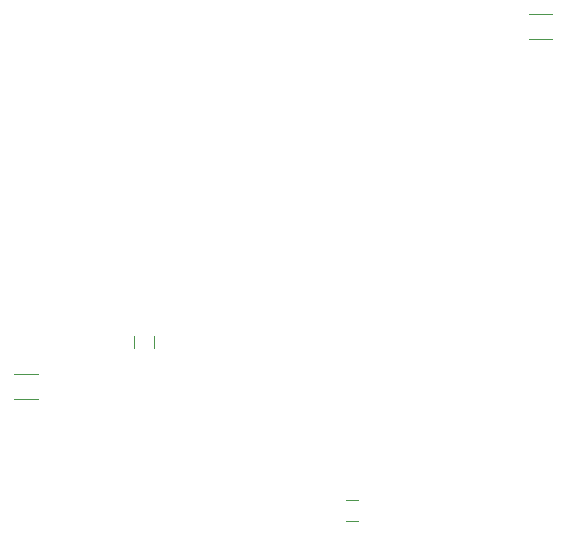
<source format=gbr>
G04 #@! TF.GenerationSoftware,KiCad,Pcbnew,5.0.1*
G04 #@! TF.CreationDate,2019-02-08T09:42:00-06:00*
G04 #@! TF.ProjectId,tomato_timer,746F6D61746F5F74696D65722E6B6963,rev?*
G04 #@! TF.SameCoordinates,Original*
G04 #@! TF.FileFunction,Legend,Bot*
G04 #@! TF.FilePolarity,Positive*
%FSLAX46Y46*%
G04 Gerber Fmt 4.6, Leading zero omitted, Abs format (unit mm)*
G04 Created by KiCad (PCBNEW 5.0.1) date Fri 08 Feb 2019 09:42:00 AM CST*
%MOMM*%
%LPD*%
G01*
G04 APERTURE LIST*
%ADD10C,0.120000*%
G04 APERTURE END LIST*
D10*
G04 #@! TO.C,C3*
X187500000Y-107150000D02*
X188500000Y-107150000D01*
X188500000Y-108850000D02*
X187500000Y-108850000D01*
G04 #@! TO.C,C1*
X169580000Y-94250000D02*
X169580000Y-93250000D01*
X171280000Y-93250000D02*
X171280000Y-94250000D01*
G04 #@! TO.C,R5*
X205000000Y-65930000D02*
X203000000Y-65930000D01*
X203000000Y-68070000D02*
X205000000Y-68070000D01*
G04 #@! TO.C,R6*
X161430000Y-96430000D02*
X159430000Y-96430000D01*
X159430000Y-98570000D02*
X161430000Y-98570000D01*
G04 #@! TD*
M02*

</source>
